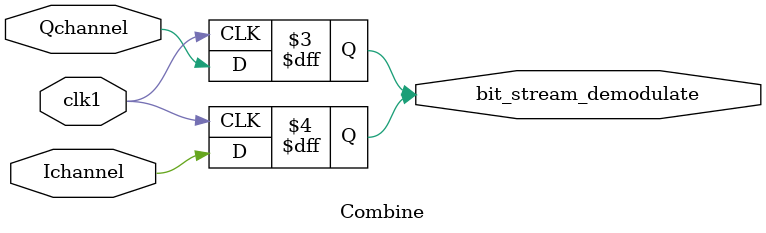
<source format=v>
module Combine(clk1, Ichannel, Qchannel, bit_stream_demodulate);
  input clk1;
  input Ichannel, Qchannel;
  output reg bit_stream_demodulate;
  always @(posedge clk1)
  begin
    bit_stream_demodulate = Ichannel;
  end
  always @(negedge clk1)
  begin
    bit_stream_demodulate = Qchannel;
  end
endmodule

</source>
